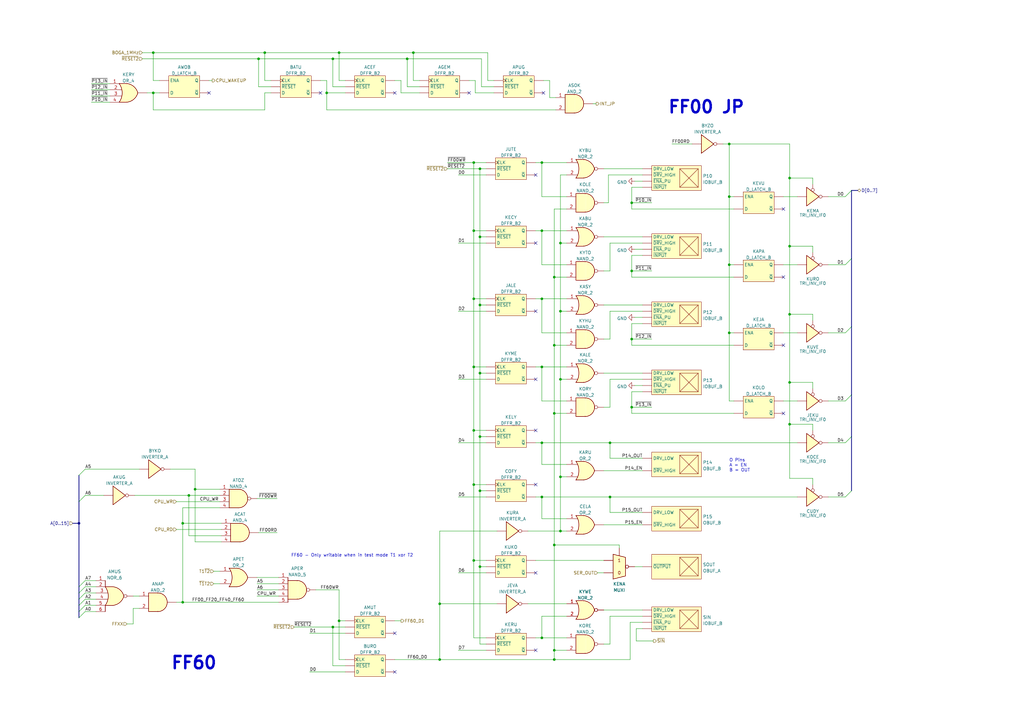
<source format=kicad_sch>
(kicad_sch (version 20211123) (generator eeschema)
  (paper "A3")
  (title_block (title "DMG CPU B") (date "2022-05-02") (rev "0") (company "CC-BY-SA-4.0 Régis Galland & Michael Singer -- Derived work from Furrtek") (comment 1 "https://github.com/msinger/dmg-schematics"))
  (lib_symbols
    (symbol "DMG_CPU_Cells:AND_2" (pin_names hide)
      (property "Reference" "U" (at 0 5.08 0))
      (property "Value" "AND_2" (at 0 -5.08 0))
      (symbol "AND_2_1_1"
        (pin input line (at -7.62 2.54 0) (length 3.81) (name "~") (number "1"))
        (pin input line (at -7.62 -2.54 0) (length 3.81) (name "~") (number "2"))
        (pin output line (at 7.62 0 180) (length 3.81) (name "~") (number "3"))
      )
    )
    (symbol "DMG_CPU_Cells:AND_4" (pin_names hide)
      (property "Reference" "U" (at 0 5.08 0))
      (property "Value" "AND_4" (at 0 -5.08 0))
      (symbol "AND_4_1_1"
        (pin input line (at -7.62 3.81 0) (length 3.81) (name "~") (number "1"))
        (pin input line (at -7.62 1.27 0) (length 3.81) (name "~") (number "2"))
        (pin input line (at -7.62 -1.27 0) (length 3.81) (name "~") (number "3"))
        (pin input line (at -7.62 -3.81 0) (length 3.81) (name "~") (number "4"))
        (pin output line (at 7.62 0 180) (length 3.81) (name "~") (number "5"))
      )
    )
    (symbol "DMG_CPU_Cells:DFFR_B2" (pin_numbers hide)
      (property "Reference" "U" (at 0 5.715 0))
      (property "Value" "DFFR_B2" (at 0 -5.715 0))
      (symbol "DFFR_B2_1_1"
        (pin input clock (at -10.16 2.54 0) (length 3.81) (name "CLK") (number "1"))
        (pin input line (at -10.16 0 0) (length 3.81) (name "~{RESET}") (number "2"))
        (pin input line (at -10.16 -2.54 0) (length 3.81) (name "D") (number "3"))
        (pin input line (at -10.16 0 0) (length 3.81) hide (name "~{RESET}") (number "4"))
        (pin output line (at 10.16 -2.54 180) (length 3.81) (name "~{Q}") (number "5"))
        (pin output line (at 10.16 2.54 180) (length 3.81) (name "Q") (number "6"))
      )
    )
    (symbol "DMG_CPU_Cells:D_LATCH_B" (pin_numbers hide)
      (property "Reference" "U" (at 0 5.715 0))
      (property "Value" "D_LATCH_B" (at 0 -5.715 0))
      (symbol "D_LATCH_B_1_1"
        (pin input line (at -10.16 2.54 0) (length 3.81) (name "ENA") (number "1"))
        (pin input line (at -10.16 -2.54 0) (length 3.81) (name "D") (number "2"))
        (pin output line (at 10.16 2.54 180) (length 3.81) (name "Q") (number "3"))
        (pin output line (at 10.16 -2.54 180) (length 3.81) (name "~{Q}") (number "4"))
      )
    )
    (symbol "DMG_CPU_Cells:INVERTER_A" (pin_numbers hide) (pin_names hide)
      (property "Reference" "U?" (at 0 5.08 0))
      (property "Value" "INVERTER_A" (at 0 -5.08 0))
      (symbol "INVERTER_A_1_0"
        (pin input line (at -6.35 0 0) (length 3.81) (name "~") (number "1"))
        (pin output inverted (at 6.35 0 180) (length 3.81) (name "~") (number "2"))
      )
    )
    (symbol "DMG_CPU_Cells:IOBUF_B" (pin_numbers hide)
      (property "Reference" "U" (at 0 6.35 0))
      (property "Value" "IOBUF_B" (at 0 -6.35 0))
      (symbol "IOBUF_B_1_1"
        (pin input line (at 13.97 3.81 180) (length 3.81) (name "DRV_LOW") (number "1"))
        (pin output line (at 13.97 -3.81 180) (length 3.81) (name "~{INPUT}") (number "2"))
        (pin input line (at 13.97 -1.27 180) (length 3.81) (name "~{ENA}_PU") (number "3"))
        (pin input line (at 13.97 1.27 180) (length 3.81) (name "~{DRV}_HIGH") (number "4"))
      )
    )
    (symbol "DMG_CPU_Cells:MUXI" (pin_numbers hide) (pin_names (offset 0))
      (property "Reference" "U" (at 0 -6.985 0))
      (property "Value" "MUXI" (at 0 -9.525 0))
      (symbol "MUXI_0_0"
        (text "0" (at 0 -2.54 0) (effects (font (size 1.27 1.27))))
        (text "1" (at 0 2.54 0) (effects (font (size 1.27 1.27))))
      )
      (symbol "MUXI_1_1"
        (pin input line (at 0 7.62 270) (length 3.17) (name "~") (number "1"))
        (pin input line (at -6.35 2.54 0) (length 3.81) (name "~") (number "2"))
        (pin input line (at -6.35 -2.54 0) (length 3.81) (name "~") (number "3"))
        (pin output inverted (at 6.35 0 180) (length 3.81) (name "~") (number "4"))
      )
    )
    (symbol "DMG_CPU_Cells:NAND_2" (pin_names hide)
      (property "Reference" "U" (at 0 5.08 0))
      (property "Value" "NAND_2" (at 0 -5.08 0))
      (symbol "NAND_2_1_1"
        (pin input line (at -7.62 2.54 0) (length 3.81) (name "~") (number "1"))
        (pin input line (at -7.62 -2.54 0) (length 3.81) (name "~") (number "2"))
        (pin output inverted (at 7.62 0 180) (length 3.81) (name "~") (number "3"))
      )
    )
    (symbol "DMG_CPU_Cells:NAND_4" (pin_names hide)
      (property "Reference" "U" (at 0 5.08 0))
      (property "Value" "NAND_4" (at 0 -5.08 0))
      (symbol "NAND_4_1_1"
        (pin input line (at -7.62 3.81 0) (length 3.81) (name "~") (number "1"))
        (pin input line (at -7.62 1.27 0) (length 3.81) (name "~") (number "2"))
        (pin input line (at -7.62 -1.27 0) (length 3.81) (name "~") (number "3"))
        (pin input line (at -7.62 -3.81 0) (length 3.81) (name "~") (number "4"))
        (pin output inverted (at 7.62 0 180) (length 3.81) (name "~") (number "5"))
      )
    )
    (symbol "DMG_CPU_Cells:NAND_5" (pin_names hide)
      (property "Reference" "U" (at 0 6.35 0))
      (property "Value" "NAND_5" (at 0 -6.35 0))
      (symbol "NAND_5_1_1"
        (pin input line (at -7.62 5.08 0) (length 3.81) (name "~") (number "1"))
        (pin input line (at -7.62 2.54 0) (length 3.81) (name "~") (number "2"))
        (pin input line (at -7.62 0 0) (length 3.81) (name "~") (number "3"))
        (pin input line (at -7.62 -2.54 0) (length 3.81) (name "~") (number "4"))
        (pin input line (at -7.62 -5.08 0) (length 3.81) (name "~") (number "5"))
        (pin output inverted (at 7.62 0 180) (length 3.81) (name "~") (number "6"))
      )
    )
    (symbol "DMG_CPU_Cells:NOR_2" (pin_names hide)
      (property "Reference" "U" (at 0 5.08 0))
      (property "Value" "NOR_2" (at 0 -5.08 0))
      (symbol "NOR_2_1_1"
        (pin input line (at -7.62 2.54 0) (length 4.4) (name "~") (number "1"))
        (pin input line (at -7.62 -2.54 0) (length 4.4) (name "~") (number "2"))
        (pin output inverted (at 7.62 0 180) (length 3.81) (name "~") (number "3"))
      )
    )
    (symbol "DMG_CPU_Cells:NOR_6" (pin_names hide)
      (property "Reference" "U" (at 0 7.62 0))
      (property "Value" "NOR_6" (at 0 -7.62 0))
      (symbol "NOR_6_1_1"
        (pin input line (at -7.62 6.35 0) (length 3.81) (name "~") (number "1"))
        (pin input line (at -7.62 3.81 0) (length 3.81) (name "~") (number "2"))
        (pin input line (at -7.62 1.27 0) (length 4.8) (name "~") (number "3"))
        (pin input line (at -7.62 -1.27 0) (length 4.8) (name "~") (number "4"))
        (pin input line (at -7.62 -3.81 0) (length 3.81) (name "~") (number "5"))
        (pin input line (at -7.62 -6.35 0) (length 3.81) (name "~") (number "6"))
        (pin output inverted (at 7.62 0 180) (length 3.81) (name "~") (number "7"))
      )
    )
    (symbol "DMG_CPU_Cells:OBUF_A" (pin_numbers hide)
      (property "Reference" "U" (at 0 6.35 0))
      (property "Value" "OBUF_A" (at 0 -6.35 0))
      (symbol "OBUF_A_1_1"
        (pin input line (at 13.97 0 180) (length 3.81) (name "~{OUTPUT}") (number "1"))
      )
    )
    (symbol "DMG_CPU_Cells:OBUF_B" (pin_numbers hide)
      (property "Reference" "U" (at 0 6.35 0))
      (property "Value" "OBUF_B" (at 0 -6.35 0))
      (symbol "OBUF_B_1_1"
        (pin input line (at 13.97 2.54 180) (length 3.81) (name "DRV_LOW") (number "1"))
        (pin input line (at 13.97 -2.54 180) (length 3.81) (name "~{DRV}_HIGH") (number "2"))
      )
    )
    (symbol "DMG_CPU_Cells:OR_2" (pin_names hide)
      (property "Reference" "U" (at 0 5.08 0))
      (property "Value" "OR_2" (at 0 -5.08 0))
      (symbol "OR_2_1_1"
        (pin input line (at -7.62 2.54 0) (length 4.4) (name "~") (number "1"))
        (pin input line (at -7.62 -2.54 0) (length 4.4) (name "~") (number "2"))
        (pin output line (at 7.62 0 180) (length 3.81) (name "~") (number "3"))
      )
    )
    (symbol "DMG_CPU_Cells:OR_4" (pin_names hide)
      (property "Reference" "U" (at 0 5.08 0))
      (property "Value" "OR_4" (at 0 -5.08 0))
      (symbol "OR_4_1_1"
        (pin input line (at -7.62 3.81 0) (length 4) (name "~") (number "1"))
        (pin input line (at -7.62 1.27 0) (length 4.8) (name "~") (number "2"))
        (pin input line (at -7.62 -1.27 0) (length 4.8) (name "~") (number "3"))
        (pin input line (at -7.62 -3.81 0) (length 4) (name "~") (number "4"))
        (pin output line (at 7.62 0 180) (length 3.81) (name "~") (number "5"))
      )
    )
    (symbol "DMG_CPU_Cells:TRI_INV_IF0" (pin_numbers hide) (pin_names hide)
      (property "Reference" "U?" (at 0 -5.08 0))
      (property "Value" "TRI_INV_IF0" (at 0 -7.62 0))
      (symbol "TRI_INV_IF0_1_0"
        (pin input line (at -6.35 0 0) (length 3.81) (name "~") (number "2"))
        (pin tri_state inverted (at 6.35 0 180) (length 3.81) (name "~") (number "3"))
      )
      (symbol "TRI_INV_IF0_1_1"
        (pin input inverted (at 0 5.08 270) (length 3) (name "~{ENA}") (number "1"))
      )
    )
    (symbol "power:GND" (power) (pin_names (offset 0))
      (property "Value" "GND" (at 0 -3.81 0))
      (symbol "GND_1_1"
        (pin power_in line (at 0 0 270) (length 0) hide (name "GND") (number "1"))
      )
    )
  )
  (junction (at 259.08 111.125))
  (junction (at 194.31 198.755))
  (junction (at 229.87 127.635))
  (junction (at 323.85 73.025))
  (junction (at 136.525 24.13))
  (junction (at 227.33 113.665))
  (junction (at 196.85 232.41))
  (junction (at 196.85 97.155))
  (junction (at 139.065 254.635))
  (junction (at 74.93 247.015))
  (junction (at 194.31 176.53))
  (junction (at 229.87 217.805))
  (junction (at 299.085 108.585))
  (junction (at 299.085 136.525))
  (junction (at 323.85 100.965))
  (junction (at 229.87 155.575))
  (junction (at 250.19 203.835))
  (junction (at 80.01 200.66))
  (junction (at 108.585 21.59))
  (junction (at 222.25 203.835))
  (junction (at 136.525 257.175))
  (junction (at 227.33 169.545))
  (junction (at 323.85 156.845))
  (junction (at 222.25 261.62))
  (junction (at 259.08 83.185))
  (junction (at 222.25 150.495))
  (junction (at 299.085 80.645))
  (junction (at 222.25 122.555))
  (junction (at 77.47 203.2))
  (junction (at 222.25 66.675))
  (junction (at 196.85 153.035))
  (junction (at 106.045 24.13))
  (junction (at 133.985 38.1))
  (junction (at 74.93 214.63))
  (junction (at 227.33 141.605))
  (junction (at 139.065 21.59))
  (junction (at 227.33 270.51))
  (junction (at 169.545 21.59))
  (junction (at 299.085 59.055))
  (junction (at 227.33 266.7))
  (junction (at 196.85 69.215))
  (junction (at 222.25 181.61))
  (junction (at 180.34 247.65))
  (junction (at 32.385 214.63))
  (junction (at 194.31 94.615))
  (junction (at 62.865 21.59))
  (junction (at 194.31 150.495))
  (junction (at 227.33 223.52))
  (junction (at 167.005 24.13))
  (junction (at 196.85 201.295))
  (junction (at 194.31 229.87))
  (junction (at 194.31 122.555))
  (junction (at 180.34 270.51))
  (junction (at 229.87 195.58))
  (junction (at 323.85 173.99))
  (junction (at 250.19 181.61))
  (junction (at 259.08 139.065))
  (junction (at 229.87 99.695))
  (junction (at 259.08 167.005))
  (junction (at 222.25 94.615))
  (junction (at 62.865 38.1))
  (junction (at 323.85 128.905))
  (junction (at 196.85 125.095))
  (junction (at 194.31 66.675))
  (junction (at 196.85 179.07))
  (no_connect (at 161.925 275.59))
  (no_connect (at 321.31 85.725))
  (no_connect (at 321.31 113.665))
  (no_connect (at 321.31 141.605))
  (no_connect (at 321.31 169.545))
  (no_connect (at 131.445 38.1))
  (no_connect (at 192.405 38.1))
  (no_connect (at 161.925 259.715))
  (no_connect (at 219.71 266.7))
  (no_connect (at 219.71 155.575))
  (no_connect (at 219.71 127.635))
  (no_connect (at 219.71 99.695))
  (no_connect (at 219.71 176.53))
  (no_connect (at 85.725 38.1))
  (no_connect (at 222.885 38.1))
  (no_connect (at 161.925 38.1))
  (no_connect (at 219.71 71.755))
  (no_connect (at 219.71 234.95))
  (no_connect (at 219.71 198.755))
  (bus_entry (at 34.925 248.285) (size -2.54 2.54))
  (bus_entry (at 346.71 108.585) (size 2.54 -2.54))
  (bus_entry (at 34.925 240.665) (size -2.54 2.54))
  (bus_entry (at 34.925 243.205) (size -2.54 2.54))
  (bus_entry (at 34.925 250.825) (size -2.54 2.54))
  (bus_entry (at 34.925 192.405) (size -2.54 2.54))
  (bus_entry (at 34.925 203.2) (size -2.54 2.54))
  (bus_entry (at 346.71 80.645) (size 2.54 -2.54))
  (bus_entry (at 34.925 238.125) (size -2.54 2.54))
  (bus_entry (at 346.71 203.835) (size 2.54 -2.54))
  (bus_entry (at 346.71 136.525) (size 2.54 -2.54))
  (bus_entry (at 346.71 181.61) (size 2.54 -2.54))
  (bus_entry (at 346.71 164.465) (size 2.54 -2.54))
  (bus_entry (at 34.925 245.745) (size -2.54 2.54))
  (wire (pts (xy 229.87 99.695) (xy 232.41 99.695)))
  (wire (pts (xy 180.34 217.805) (xy 203.835 217.805)))
  (wire (pts (xy 167.005 24.13) (xy 136.525 24.13)))
  (bus (pts (xy 32.385 245.745) (xy 32.385 248.285)))
  (wire (pts (xy 72.39 205.74) (xy 90.17 205.74)))
  (wire (pts (xy 323.85 73.025) (xy 333.375 73.025)))
  (wire (pts (xy 139.065 21.59) (xy 169.545 21.59)))
  (wire (pts (xy 229.87 99.695) (xy 229.87 127.635)))
  (wire (pts (xy 74.93 214.63) (xy 74.93 247.015)))
  (wire (pts (xy 247.65 215.265) (xy 263.525 215.265)))
  (wire (pts (xy 219.71 66.675) (xy 222.25 66.675)))
  (bus (pts (xy 349.25 133.985) (xy 349.25 161.925)))
  (wire (pts (xy 263.525 99.695) (xy 250.19 99.695)))
  (wire (pts (xy 232.41 169.545) (xy 227.33 169.545)))
  (wire (pts (xy 300.99 164.465) (xy 299.085 164.465)))
  (wire (pts (xy 323.85 196.215) (xy 333.375 196.215)))
  (wire (pts (xy 222.25 252.73) (xy 232.41 252.73)))
  (wire (pts (xy 37.465 39.37) (xy 45.085 39.37)))
  (wire (pts (xy 196.85 201.295) (xy 199.39 201.295)))
  (wire (pts (xy 196.85 69.215) (xy 196.85 97.155)))
  (wire (pts (xy 321.31 136.525) (xy 327.025 136.525)))
  (wire (pts (xy 263.525 71.755) (xy 249.555 71.755)))
  (bus (pts (xy 349.25 179.07) (xy 349.25 161.925)))
  (wire (pts (xy 229.87 217.805) (xy 229.87 195.58)))
  (wire (pts (xy 259.08 76.835) (xy 259.08 83.185)))
  (wire (pts (xy 57.15 244.475) (xy 54.61 244.475)))
  (bus (pts (xy 29.845 214.63) (xy 32.385 214.63)))
  (wire (pts (xy 180.34 247.65) (xy 180.34 270.51)))
  (bus (pts (xy 32.385 205.74) (xy 32.385 214.63)))
  (wire (pts (xy 250.19 187.96) (xy 263.525 187.96)))
  (wire (pts (xy 250.19 99.695) (xy 250.19 111.125)))
  (wire (pts (xy 227.33 223.52) (xy 254 223.52)))
  (wire (pts (xy 55.245 203.2) (xy 77.47 203.2)))
  (wire (pts (xy 227.33 113.665) (xy 227.33 141.605)))
  (wire (pts (xy 299.085 59.055) (xy 323.85 59.055)))
  (wire (pts (xy 222.25 80.645) (xy 232.41 80.645)))
  (wire (pts (xy 259.08 160.655) (xy 259.08 167.005)))
  (wire (pts (xy 333.375 128.905) (xy 333.375 131.445)))
  (wire (pts (xy 227.33 85.725) (xy 227.33 113.665)))
  (wire (pts (xy 333.375 196.215) (xy 333.375 198.755)))
  (wire (pts (xy 139.065 241.935) (xy 129.54 241.935)))
  (wire (pts (xy 339.725 203.835) (xy 346.71 203.835)))
  (wire (pts (xy 72.39 217.17) (xy 90.805 217.17)))
  (wire (pts (xy 57.15 249.555) (xy 54.61 249.555)))
  (wire (pts (xy 197.485 24.13) (xy 167.005 24.13)))
  (wire (pts (xy 263.525 153.035) (xy 247.65 153.035)))
  (wire (pts (xy 77.47 203.2) (xy 90.17 203.2)))
  (wire (pts (xy 60.325 38.1) (xy 62.865 38.1)))
  (wire (pts (xy 194.31 229.87) (xy 194.31 261.62)))
  (wire (pts (xy 258.445 255.27) (xy 263.525 255.27)))
  (wire (pts (xy 249.555 83.185) (xy 247.65 83.185)))
  (wire (pts (xy 260.35 102.235) (xy 263.525 102.235)))
  (wire (pts (xy 339.725 164.465) (xy 346.71 164.465)))
  (wire (pts (xy 229.87 217.805) (xy 232.41 217.805)))
  (wire (pts (xy 323.85 156.845) (xy 323.85 173.99)))
  (wire (pts (xy 323.85 100.965) (xy 323.85 128.905)))
  (wire (pts (xy 249.555 71.755) (xy 249.555 83.185)))
  (wire (pts (xy 250.19 203.835) (xy 250.19 210.185)))
  (wire (pts (xy 169.545 21.59) (xy 169.545 33.02)))
  (wire (pts (xy 243.205 42.545) (xy 244.475 42.545)))
  (wire (pts (xy 187.96 181.61) (xy 199.39 181.61)))
  (wire (pts (xy 161.925 270.51) (xy 180.34 270.51)))
  (wire (pts (xy 229.87 195.58) (xy 232.41 195.58)))
  (wire (pts (xy 227.33 141.605) (xy 227.33 169.545)))
  (wire (pts (xy 219.71 261.62) (xy 222.25 261.62)))
  (wire (pts (xy 275.59 59.055) (xy 283.845 59.055)))
  (wire (pts (xy 180.34 217.805) (xy 180.34 247.65)))
  (wire (pts (xy 106.045 24.13) (xy 106.045 35.56)))
  (wire (pts (xy 247.65 250.19) (xy 263.525 250.19)))
  (wire (pts (xy 222.25 122.555) (xy 222.25 136.525)))
  (wire (pts (xy 34.925 243.205) (xy 39.37 243.205)))
  (bus (pts (xy 32.385 194.945) (xy 32.385 205.74)))
  (wire (pts (xy 333.375 100.965) (xy 333.375 103.505)))
  (wire (pts (xy 250.19 167.005) (xy 247.65 167.005)))
  (wire (pts (xy 105.41 239.395) (xy 114.3 239.395)))
  (wire (pts (xy 300.99 108.585) (xy 299.085 108.585)))
  (wire (pts (xy 263.525 132.715) (xy 259.08 132.715)))
  (wire (pts (xy 133.985 45.085) (xy 227.965 45.085)))
  (wire (pts (xy 161.925 254.635) (xy 164.465 254.635)))
  (wire (pts (xy 247.65 97.155) (xy 263.525 97.155)))
  (wire (pts (xy 323.85 73.025) (xy 323.85 59.055)))
  (wire (pts (xy 263.525 76.835) (xy 259.08 76.835)))
  (wire (pts (xy 196.85 153.035) (xy 199.39 153.035)))
  (wire (pts (xy 247.65 69.215) (xy 263.525 69.215)))
  (wire (pts (xy 260.985 257.81) (xy 260.985 262.89)))
  (wire (pts (xy 196.85 179.07) (xy 199.39 179.07)))
  (wire (pts (xy 250.19 210.185) (xy 263.525 210.185)))
  (wire (pts (xy 169.545 21.59) (xy 200.025 21.59)))
  (wire (pts (xy 199.39 150.495) (xy 194.31 150.495)))
  (wire (pts (xy 54.61 249.555) (xy 54.61 255.905)))
  (wire (pts (xy 232.41 71.755) (xy 229.87 71.755)))
  (wire (pts (xy 197.485 35.56) (xy 202.565 35.56)))
  (wire (pts (xy 229.87 155.575) (xy 232.41 155.575)))
  (bus (pts (xy 32.385 243.205) (xy 32.385 245.745)))
  (wire (pts (xy 259.08 132.715) (xy 259.08 139.065)))
  (wire (pts (xy 263.525 104.775) (xy 259.08 104.775)))
  (wire (pts (xy 250.19 181.61) (xy 327.025 181.61)))
  (wire (pts (xy 141.605 254.635) (xy 139.065 254.635)))
  (wire (pts (xy 296.545 59.055) (xy 299.085 59.055)))
  (wire (pts (xy 139.065 33.02) (xy 139.065 21.59)))
  (wire (pts (xy 62.865 21.59) (xy 62.865 33.02)))
  (wire (pts (xy 37.465 34.29) (xy 45.085 34.29)))
  (wire (pts (xy 250.19 203.835) (xy 327.025 203.835)))
  (wire (pts (xy 34.925 250.825) (xy 39.37 250.825)))
  (wire (pts (xy 222.25 94.615) (xy 222.25 108.585)))
  (wire (pts (xy 34.925 248.285) (xy 39.37 248.285)))
  (wire (pts (xy 196.85 97.155) (xy 199.39 97.155)))
  (wire (pts (xy 259.08 104.775) (xy 259.08 111.125)))
  (wire (pts (xy 232.41 85.725) (xy 227.33 85.725)))
  (bus (pts (xy 349.25 201.295) (xy 349.25 179.07)))
  (wire (pts (xy 127 259.715) (xy 141.605 259.715)))
  (wire (pts (xy 339.725 181.61) (xy 346.71 181.61)))
  (wire (pts (xy 263.525 127.635) (xy 250.19 127.635)))
  (wire (pts (xy 120.65 257.175) (xy 136.525 257.175)))
  (wire (pts (xy 108.585 38.1) (xy 111.125 38.1)))
  (wire (pts (xy 321.31 164.465) (xy 327.025 164.465)))
  (wire (pts (xy 34.925 238.125) (xy 39.37 238.125)))
  (wire (pts (xy 222.885 33.02) (xy 225.425 33.02)))
  (wire (pts (xy 222.25 122.555) (xy 232.41 122.555)))
  (wire (pts (xy 203.835 247.65) (xy 180.34 247.65)))
  (wire (pts (xy 108.585 33.02) (xy 111.125 33.02)))
  (bus (pts (xy 349.25 133.985) (xy 349.25 106.045)))
  (wire (pts (xy 250.19 252.73) (xy 250.19 264.16)))
  (wire (pts (xy 222.25 203.835) (xy 222.25 212.725)))
  (wire (pts (xy 164.465 33.02) (xy 164.465 38.1)))
  (wire (pts (xy 259.08 167.005) (xy 267.335 167.005)))
  (wire (pts (xy 196.85 232.41) (xy 196.85 264.16)))
  (wire (pts (xy 196.85 264.16) (xy 199.39 264.16)))
  (wire (pts (xy 321.31 80.645) (xy 327.025 80.645)))
  (wire (pts (xy 133.985 38.1) (xy 133.985 45.085)))
  (wire (pts (xy 299.085 108.585) (xy 299.085 136.525)))
  (wire (pts (xy 196.85 179.07) (xy 196.85 201.295)))
  (wire (pts (xy 300.99 80.645) (xy 299.085 80.645)))
  (wire (pts (xy 216.535 247.65) (xy 232.41 247.65)))
  (wire (pts (xy 62.865 38.1) (xy 62.865 45.085)))
  (wire (pts (xy 196.85 125.095) (xy 199.39 125.095)))
  (wire (pts (xy 164.465 38.1) (xy 172.085 38.1)))
  (wire (pts (xy 199.39 261.62) (xy 194.31 261.62)))
  (bus (pts (xy 32.385 248.285) (xy 32.385 250.825)))
  (wire (pts (xy 232.41 66.675) (xy 222.25 66.675)))
  (wire (pts (xy 219.71 122.555) (xy 222.25 122.555)))
  (wire (pts (xy 74.93 214.63) (xy 74.93 208.28)))
  (wire (pts (xy 194.945 38.1) (xy 202.565 38.1)))
  (wire (pts (xy 260.35 158.115) (xy 263.525 158.115)))
  (wire (pts (xy 247.65 234.95) (xy 245.11 234.95)))
  (wire (pts (xy 108.585 21.59) (xy 139.065 21.59)))
  (wire (pts (xy 105.41 241.935) (xy 114.3 241.935)))
  (wire (pts (xy 222.25 164.465) (xy 232.41 164.465)))
  (wire (pts (xy 187.96 155.575) (xy 199.39 155.575)))
  (wire (pts (xy 106.045 218.44) (xy 113.665 218.44)))
  (wire (pts (xy 250.19 139.065) (xy 247.65 139.065)))
  (wire (pts (xy 232.41 190.5) (xy 222.25 190.5)))
  (wire (pts (xy 259.08 85.725) (xy 259.08 83.185)))
  (wire (pts (xy 133.985 38.1) (xy 141.605 38.1)))
  (bus (pts (xy 349.25 78.105) (xy 351.79 78.105)))
  (wire (pts (xy 196.85 125.095) (xy 196.85 153.035)))
  (wire (pts (xy 222.25 181.61) (xy 222.25 190.5)))
  (wire (pts (xy 227.33 270.51) (xy 258.445 270.51)))
  (wire (pts (xy 169.545 33.02) (xy 172.085 33.02)))
  (wire (pts (xy 260.35 74.295) (xy 263.525 74.295)))
  (wire (pts (xy 260.985 262.89) (xy 267.97 262.89)))
  (wire (pts (xy 339.725 108.585) (xy 346.71 108.585)))
  (wire (pts (xy 300.99 85.725) (xy 259.08 85.725)))
  (wire (pts (xy 323.85 156.845) (xy 333.375 156.845)))
  (wire (pts (xy 300.99 169.545) (xy 259.08 169.545)))
  (wire (pts (xy 37.465 36.83) (xy 45.085 36.83)))
  (wire (pts (xy 227.33 223.52) (xy 227.33 266.7)))
  (wire (pts (xy 80.01 200.66) (xy 90.17 200.66)))
  (wire (pts (xy 194.945 33.02) (xy 194.945 38.1)))
  (wire (pts (xy 141.605 270.51) (xy 139.065 270.51)))
  (wire (pts (xy 229.87 127.635) (xy 232.41 127.635)))
  (wire (pts (xy 263.525 160.655) (xy 259.08 160.655)))
  (wire (pts (xy 222.25 136.525) (xy 232.41 136.525)))
  (wire (pts (xy 222.25 203.835) (xy 250.19 203.835)))
  (wire (pts (xy 225.425 33.02) (xy 225.425 40.005)))
  (wire (pts (xy 167.005 35.56) (xy 167.005 24.13)))
  (wire (pts (xy 106.045 35.56) (xy 111.125 35.56)))
  (wire (pts (xy 131.445 33.02) (xy 133.985 33.02)))
  (wire (pts (xy 65.405 38.1) (xy 62.865 38.1)))
  (wire (pts (xy 196.85 232.41) (xy 199.39 232.41)))
  (wire (pts (xy 225.425 40.005) (xy 227.965 40.005)))
  (wire (pts (xy 187.96 71.755) (xy 199.39 71.755)))
  (wire (pts (xy 34.925 245.745) (xy 39.37 245.745)))
  (wire (pts (xy 197.485 35.56) (xy 197.485 24.13)))
  (wire (pts (xy 194.31 176.53) (xy 194.31 198.755)))
  (wire (pts (xy 136.525 257.175) (xy 141.605 257.175)))
  (wire (pts (xy 199.39 176.53) (xy 194.31 176.53)))
  (wire (pts (xy 187.96 127.635) (xy 199.39 127.635)))
  (wire (pts (xy 227.33 141.605) (xy 232.41 141.605)))
  (bus (pts (xy 32.385 214.63) (xy 32.385 240.665)))
  (wire (pts (xy 136.525 35.56) (xy 136.525 24.13)))
  (wire (pts (xy 196.85 97.155) (xy 196.85 125.095)))
  (wire (pts (xy 105.41 204.47) (xy 113.665 204.47)))
  (wire (pts (xy 219.71 229.87) (xy 247.65 229.87)))
  (wire (pts (xy 300.99 136.525) (xy 299.085 136.525)))
  (wire (pts (xy 34.925 192.405) (xy 57.15 192.405)))
  (wire (pts (xy 216.535 217.805) (xy 229.87 217.805)))
  (wire (pts (xy 232.41 113.665) (xy 227.33 113.665)))
  (wire (pts (xy 333.375 73.025) (xy 333.375 75.565)))
  (wire (pts (xy 194.31 66.675) (xy 194.31 94.615)))
  (wire (pts (xy 260.35 130.175) (xy 263.525 130.175)))
  (wire (pts (xy 58.42 24.13) (xy 106.045 24.13)))
  (wire (pts (xy 194.31 94.615) (xy 199.39 94.615)))
  (wire (pts (xy 37.465 41.91) (xy 45.085 41.91)))
  (wire (pts (xy 263.525 155.575) (xy 250.19 155.575)))
  (wire (pts (xy 250.19 264.16) (xy 247.65 264.16)))
  (wire (pts (xy 34.925 240.665) (xy 39.37 240.665)))
  (wire (pts (xy 250.19 155.575) (xy 250.19 167.005)))
  (wire (pts (xy 199.39 122.555) (xy 194.31 122.555)))
  (wire (pts (xy 259.08 83.185) (xy 267.335 83.185)))
  (wire (pts (xy 259.08 141.605) (xy 259.08 139.065)))
  (wire (pts (xy 133.985 33.02) (xy 133.985 38.1)))
  (wire (pts (xy 106.045 24.13) (xy 136.525 24.13)))
  (wire (pts (xy 69.85 192.405) (xy 80.01 192.405)))
  (wire (pts (xy 229.87 155.575) (xy 229.87 195.58)))
  (wire (pts (xy 90.17 239.395) (xy 87.63 239.395)))
  (wire (pts (xy 219.71 94.615) (xy 222.25 94.615)))
  (wire (pts (xy 333.375 173.99) (xy 333.375 176.53)))
  (wire (pts (xy 105.41 244.475) (xy 114.3 244.475)))
  (wire (pts (xy 247.65 193.04) (xy 263.525 193.04)))
  (wire (pts (xy 62.865 33.02) (xy 65.405 33.02)))
  (wire (pts (xy 333.375 156.845) (xy 333.375 159.385)))
  (wire (pts (xy 323.85 73.025) (xy 323.85 100.965)))
  (wire (pts (xy 227.33 270.51) (xy 227.33 266.7)))
  (wire (pts (xy 187.96 266.7) (xy 199.39 266.7)))
  (wire (pts (xy 74.93 247.015) (xy 114.3 247.015)))
  (wire (pts (xy 58.42 21.59) (xy 62.865 21.59)))
  (wire (pts (xy 187.96 234.95) (xy 199.39 234.95)))
  (wire (pts (xy 194.31 122.555) (xy 194.31 150.495)))
  (wire (pts (xy 222.25 66.675) (xy 222.25 80.645)))
  (wire (pts (xy 85.725 33.02) (xy 86.995 33.02)))
  (wire (pts (xy 52.07 255.905) (xy 54.61 255.905)))
  (wire (pts (xy 141.605 35.56) (xy 136.525 35.56)))
  (wire (pts (xy 227.33 169.545) (xy 227.33 223.52)))
  (wire (pts (xy 180.34 270.51) (xy 227.33 270.51)))
  (wire (pts (xy 161.925 33.02) (xy 164.465 33.02)))
  (wire (pts (xy 139.065 254.635) (xy 139.065 241.935)))
  (wire (pts (xy 194.31 150.495) (xy 194.31 176.53)))
  (wire (pts (xy 219.71 203.835) (xy 222.25 203.835)))
  (wire (pts (xy 141.605 33.02) (xy 139.065 33.02)))
  (wire (pts (xy 339.725 80.645) (xy 346.71 80.645)))
  (wire (pts (xy 194.31 66.675) (xy 199.39 66.675)))
  (wire (pts (xy 323.85 128.905) (xy 323.85 156.845)))
  (wire (pts (xy 259.08 169.545) (xy 259.08 167.005)))
  (wire (pts (xy 199.39 198.755) (xy 194.31 198.755)))
  (wire (pts (xy 232.41 150.495) (xy 222.25 150.495)))
  (wire (pts (xy 250.19 111.125) (xy 247.65 111.125)))
  (wire (pts (xy 323.85 173.99) (xy 333.375 173.99)))
  (wire (pts (xy 222.25 150.495) (xy 222.25 164.465)))
  (wire (pts (xy 229.87 71.755) (xy 229.87 99.695)))
  (wire (pts (xy 299.085 136.525) (xy 299.085 164.465)))
  (bus (pts (xy 32.385 250.825) (xy 32.385 253.365)))
  (wire (pts (xy 90.805 214.63) (xy 74.93 214.63)))
  (wire (pts (xy 80.01 192.405) (xy 80.01 200.66)))
  (wire (pts (xy 80.01 222.25) (xy 90.805 222.25)))
  (wire (pts (xy 187.96 99.695) (xy 199.39 99.695)))
  (wire (pts (xy 259.08 111.125) (xy 267.335 111.125)))
  (wire (pts (xy 299.085 59.055) (xy 299.085 80.645)))
  (wire (pts (xy 219.71 150.495) (xy 222.25 150.495)))
  (wire (pts (xy 260.35 232.41) (xy 263.525 232.41)))
  (wire (pts (xy 127 275.59) (xy 141.605 275.59)))
  (wire (pts (xy 108.585 45.085) (xy 108.585 38.1)))
  (wire (pts (xy 259.08 139.065) (xy 267.335 139.065)))
  (wire (pts (xy 232.41 212.725) (xy 222.25 212.725)))
  (wire (pts (xy 200.025 21.59) (xy 200.025 33.02)))
  (wire (pts (xy 250.19 181.61) (xy 250.19 187.96)))
  (wire (pts (xy 74.93 208.28) (xy 90.17 208.28)))
  (wire (pts (xy 192.405 33.02) (xy 194.945 33.02)))
  (wire (pts (xy 77.47 219.71) (xy 90.805 219.71)))
  (wire (pts (xy 263.525 252.73) (xy 250.19 252.73)))
  (wire (pts (xy 250.19 127.635) (xy 250.19 139.065)))
  (wire (pts (xy 196.85 153.035) (xy 196.85 179.07)))
  (wire (pts (xy 219.71 181.61) (xy 222.25 181.61)))
  (wire (pts (xy 254 223.52) (xy 254 224.79)))
  (wire (pts (xy 62.865 45.085) (xy 108.585 45.085)))
  (wire (pts (xy 300.99 113.665) (xy 259.08 113.665)))
  (wire (pts (xy 183.515 66.675) (xy 194.31 66.675)))
  (wire (pts (xy 323.85 128.905) (xy 333.375 128.905)))
  (wire (pts (xy 196.85 201.295) (xy 196.85 232.41)))
  (wire (pts (xy 247.65 125.095) (xy 263.525 125.095)))
  (wire (pts (xy 259.08 113.665) (xy 259.08 111.125)))
  (wire (pts (xy 136.525 273.05) (xy 141.605 273.05)))
  (wire (pts (xy 222.25 108.585) (xy 232.41 108.585)))
  (wire (pts (xy 299.085 80.645) (xy 299.085 108.585)))
  (wire (pts (xy 194.31 198.755) (xy 194.31 229.87)))
  (wire (pts (xy 136.525 257.175) (xy 136.525 273.05)))
  (wire (pts (xy 183.515 69.215) (xy 196.85 69.215)))
  (wire (pts (xy 222.25 181.61) (xy 250.19 181.61)))
  (wire (pts (xy 187.96 203.835) (xy 199.39 203.835)))
  (wire (pts (xy 222.25 252.73) (xy 222.25 261.62)))
  (wire (pts (xy 139.065 254.635) (xy 139.065 270.51)))
  (wire (pts (xy 339.725 136.525) (xy 346.71 136.525)))
  (wire (pts (xy 105.41 236.855) (xy 114.3 236.855)))
  (wire (pts (xy 321.31 108.585) (xy 327.025 108.585)))
  (wire (pts (xy 90.17 234.315) (xy 87.63 234.315)))
  (bus (pts (xy 349.25 78.105) (xy 349.25 106.045)))
  (wire (pts (xy 80.01 200.66) (xy 80.01 222.25)))
  (wire (pts (xy 323.85 173.99) (xy 323.85 196.215)))
  (wire (pts (xy 108.585 21.59) (xy 108.585 33.02)))
  (wire (pts (xy 62.865 21.59) (xy 108.585 21.59)))
  (wire (pts (xy 77.47 203.2) (xy 77.47 219.71)))
  (wire (pts (xy 34.925 203.2) (xy 42.545 203.2)))
  (wire (pts (xy 258.445 270.51) (xy 258.445 255.27)))
  (wire (pts (xy 323.85 100.965) (xy 333.375 100.965)))
  (wire (pts (xy 200.025 33.02) (xy 202.565 33.02)))
  (wire (pts (xy 72.39 247.015) (xy 74.93 247.015)))
  (wire (pts (xy 196.85 69.215) (xy 199.39 69.215)))
  (wire (pts (xy 222.25 261.62) (xy 232.41 261.62)))
  (wire (pts (xy 199.39 229.87) (xy 194.31 229.87)))
  (bus (pts (xy 32.385 240.665) (xy 32.385 243.205)))
  (wire (pts (xy 229.87 127.635) (xy 229.87 155.575)))
  (wire (pts (xy 232.41 94.615) (xy 222.25 94.615)))
  (wire (pts (xy 227.33 266.7) (xy 232.41 266.7)))
  (wire (pts (xy 172.085 35.56) (xy 167.005 35.56)))
  (wire (pts (xy 263.525 257.81) (xy 260.985 257.81)))
  (wire (pts (xy 194.31 94.615) (xy 194.31 122.555)))
  (wire (pts (xy 300.99 141.605) (xy 259.08 141.605)))
  (text "FF60 - Only writable when in test mode T1 xor T2" (at 119.38 228.6 0) (effects (font (size 1.27 1.27)) (justify left bottom)))
  (text "O Pins\nA = EN\nB = OUT" (at 299.085 193.675 0) (effects (font (size 1.27 1.27)) (justify left bottom)))
  (text "FF60\n" (at 69.85 274.955 0) (effects (font (size 5 5) (thickness 1) bold) (justify left bottom)))
  (text "FF00 JP\n" (at 273.685 46.99 0) (effects (font (size 5 5) (thickness 1) bold) (justify left bottom)))
  (label "~{P13_IN}" (at 37.465 34.29 0))
  (label "~{P11_IN}" (at 37.465 39.37 0))
  (label "P14_OUT" (at 263.525 187.96 180))
  (label "D3" (at 187.96 155.575 0))
  (label "CPU_WR" (at 81.915 205.74 0))
  (label "FF00RD" (at 275.59 59.055 0))
  (label "D1" (at 187.96 99.695 0))
  (label "D5" (at 346.075 203.835 180))
  (label "~{P12_IN}" (at 37.465 36.83 0))
  (label "~{P11_IN}" (at 267.335 111.125 180))
  (label "D4" (at 346.075 181.61 180))
  (label "~{P13_IN}" (at 267.335 167.005 180))
  (label "A6" (at 105.41 241.935 0))
  (label "D5" (at 187.96 203.835 0))
  (label "~{RESET2}" (at 120.65 257.175 0))
  (label "FF60WR" (at 131.445 241.935 0))
  (label "~{P10_IN}" (at 37.465 41.91 0))
  (label "A5" (at 34.925 192.405 0))
  (label "P15_OUT" (at 263.525 210.185 180))
  (label "A0" (at 34.925 250.825 0))
  (label "A5" (at 105.41 239.395 0))
  (label "D2" (at 187.96 127.635 0))
  (label "D3" (at 346.075 164.465 180))
  (label "FF60_D0" (at 167.005 270.51 0))
  (label "D2" (at 346.075 136.525 180))
  (label "~{FF00WR}" (at 113.665 204.47 180))
  (label "D6" (at 187.96 234.95 0))
  (label "A3" (at 34.925 243.205 0))
  (label "D4" (at 187.96 181.61 0))
  (label "D0" (at 127 275.59 0))
  (label "D1" (at 127 259.715 0))
  (label "FF00RD" (at 113.665 218.44 180))
  (label "P14_EN" (at 263.525 193.04 180))
  (label "D0" (at 346.075 80.645 180))
  (label "A7" (at 34.925 238.125 0))
  (label "~{FF00WR}" (at 183.515 66.675 0))
  (label "FF00_FF20_FF40_FF60" (at 78.74 247.015 0))
  (label "D1" (at 346.075 108.585 180))
  (label "CPU_WR" (at 105.41 244.475 0))
  (label "~{P10_IN}" (at 267.335 83.185 180))
  (label "D7" (at 187.96 266.7 0))
  (label "A1" (at 34.925 248.285 0))
  (label "A6" (at 34.925 203.2 0))
  (label "A4" (at 34.925 240.665 0))
  (label "~{P12_IN}" (at 267.335 139.065 180))
  (label "D0" (at 187.96 71.755 0))
  (label "~{RESET2}" (at 183.515 69.215 0))
  (label "A2" (at 34.925 245.745 0))
  (label "P15_EN" (at 263.525 215.265 180))
  (hierarchical_label "FF60_D1" (shape output) (at 164.465 254.635 0))
  (hierarchical_label "~{SIN}" (shape output) (at 267.97 262.89 0))
  (hierarchical_label "T1~{T2}" (shape input) (at 87.63 234.315 180))
  (hierarchical_label "~{T1}T2" (shape input) (at 87.63 239.395 180))
  (hierarchical_label "A[0..15]" (shape input) (at 29.845 214.63 180))
  (hierarchical_label "FFXX" (shape input) (at 52.07 255.905 180))
  (hierarchical_label "CPU_WR" (shape input) (at 72.39 205.74 180))
  (hierarchical_label "CPU_RD" (shape input) (at 72.39 217.17 180))
  (hierarchical_label "SER_OUT" (shape input) (at 245.11 234.95 180))
  (hierarchical_label "CPU_WAKEUP" (shape output) (at 86.995 33.02 0))
  (hierarchical_label "~{RESET2}" (shape input) (at 183.515 69.215 180))
  (hierarchical_label "~{RESET2}" (shape input) (at 120.65 257.175 180))
  (hierarchical_label "~{RESET2}" (shape input) (at 58.42 24.13 180))
  (hierarchical_label "BOGA_1MHz" (shape input) (at 58.42 21.59 180))
  (hierarchical_label "D[0..7]" (shape bidirectional) (at 351.79 78.105 0))
  (hierarchical_label "INT_JP" (shape output) (at 244.475 42.545 0))
  (symbol (lib_id "DMG_CPU_Cells:DFFR_B2") (at 209.55 232.41 0) (unit 1)
    (property "Reference" "KUKO" (at 209.55 224.3922 0))
    (property "Value" "DFFR_B2" (at 209.55 226.9291 0))
    (property "Datasheet" "http://iceboy.a-singer.de/doc/dmg_cells.html#dffr_b2" (effects hide))
  )
  (symbol (lib_id "DMG_CPU_Cells:D_LATCH_B") (at 75.565 35.56 0) (unit 1)
    (property "Reference" "AWOB" (at 75.565 27.5422 0))
    (property "Value" "D_LATCH_B" (at 75.565 30.0791 0))
    (property "Datasheet" "http://iceboy.a-singer.de/doc/dmg_cells.html#dlatch_b" (effects hide))
  )
  (symbol (lib_id "DMG_CPU_Cells:TRI_INV_IF0") (at 333.375 164.465 0) (unit 1)
    (property "Reference" "JEKU" (at 333.375 170.3054 0))
    (property "Value" "TRI_INV_IF0" (at 333.375 172.085 0))
    (property "Datasheet" "http://iceboy.a-singer.de/doc/dmg_cells.html#tri_inv_if0" (effects hide))
  )
  (symbol (lib_id "DMG_CPU_Cells:IOBUF_B") (at 277.495 128.905 0) (mirror y) (unit 1)
    (property "Reference" "P12" (at 288.29 128.0703 0) (effects (justify right)))
    (property "Value" "IOBUF_B" (at 288.29 130.6072 0) (effects (justify right)))
    (property "Datasheet" "http://iceboy.a-singer.de/doc/dmg_cells.html#iobuf_b" (effects hide))
  )
  (symbol (lib_id "DMG_CPU_Cells:INVERTER_A") (at 290.195 59.055 0) (unit 1)
    (property "Reference" "BYZO" (at 290.195 51.5452 0))
    (property "Value" "INVERTER_A" (at 290.195 54.0821 0))
    (property "Datasheet" "http://iceboy.a-singer.de/doc/dmg_cells.html#inv_a" (effects hide))
  )
  (symbol (lib_id "DMG_CPU_Cells:NAND_2") (at 240.03 264.16 0) (unit 1)
    (property "Reference" "KORE" (at 240.03 256.6502 0))
    (property "Value" "NAND_2" (at 240.03 259.1871 0))
    (property "Datasheet" "http://iceboy.a-singer.de/doc/dmg_cells.html#nand2" (effects hide))
  )
  (symbol (lib_id "DMG_CPU_Cells:NOR_2") (at 240.03 125.095 0) (unit 1)
    (property "Reference" "KASY" (at 240.0298 117.5852 0))
    (property "Value" "NOR_2" (at 240.0298 120.1221 0))
    (property "Datasheet" "http://iceboy.a-singer.de/doc/dmg_cells.html#nor2" (effects hide))
  )
  (symbol (lib_id "DMG_CPU_Cells:DFFR_B2") (at 209.55 97.155 0) (unit 1)
    (property "Reference" "KECY" (at 209.55 89.1372 0))
    (property "Value" "DFFR_B2" (at 209.55 91.6741 0))
    (property "Datasheet" "http://iceboy.a-singer.de/doc/dmg_cells.html#dffr_b2" (effects hide))
  )
  (symbol (lib_id "power:GND") (at 260.35 130.175 270) (unit 1)
    (property "Reference" "#PWR0105" (effects hide))
    (property "Value" "GND" (at 257.1751 130.6088 90) (effects (justify right)))
  )
  (symbol (lib_id "DMG_CPU_Cells:IOBUF_B") (at 277.495 254 0) (mirror y) (unit 1)
    (property "Reference" "SIN" (at 288.29 253.1653 0) (effects (justify right)))
    (property "Value" "IOBUF_B" (at 288.29 255.7022 0) (effects (justify right)))
    (property "Datasheet" "http://iceboy.a-singer.de/doc/dmg_cells.html#iobuf_b" (effects hide))
  )
  (symbol (lib_id "DMG_CPU_Cells:INVERTER_A") (at 210.185 217.805 0) (unit 1)
    (property "Reference" "KURA" (at 210.185 210.2952 0))
    (property "Value" "INVERTER_A" (at 210.185 212.8321 0))
    (property "Datasheet" "http://iceboy.a-singer.de/doc/dmg_cells.html#inv_a" (effects hide))
  )
  (symbol (lib_id "DMG_CPU_Cells:DFFR_B2") (at 182.245 35.56 0) (unit 1)
    (property "Reference" "AGEM" (at 182.245 27.5422 0))
    (property "Value" "DFFR_B2" (at 182.245 30.0791 0))
    (property "Datasheet" "http://iceboy.a-singer.de/doc/dmg_cells.html#dffr_b2" (effects hide))
  )
  (symbol (lib_id "DMG_CPU_Cells:INVERTER_A") (at 210.185 247.65 0) (unit 1)
    (property "Reference" "JEVA" (at 210.185 240.1402 0))
    (property "Value" "INVERTER_A" (at 210.185 242.6771 0))
    (property "Datasheet" "http://iceboy.a-singer.de/doc/dmg_cells.html#inv_a" (effects hide))
  )
  (symbol (lib_id "DMG_CPU_Cells:NOR_2") (at 240.03 153.035 0) (unit 1)
    (property "Reference" "KALE" (at 240.0298 145.5252 0))
    (property "Value" "NOR_2" (at 240.0298 148.0621 0))
    (property "Datasheet" "http://iceboy.a-singer.de/doc/dmg_cells.html#nor2" (effects hide))
  )
  (symbol (lib_id "DMG_CPU_Cells:DFFR_B2") (at 209.55 69.215 0) (unit 1)
    (property "Reference" "JUTE" (at 209.55 61.1972 0))
    (property "Value" "DFFR_B2" (at 209.55 63.7341 0))
    (property "Datasheet" "http://iceboy.a-singer.de/doc/dmg_cells.html#dffr_b2" (effects hide))
  )
  (symbol (lib_id "DMG_CPU_Cells:NOR_2") (at 240.03 250.19 0) (unit 1)
    (property "Reference" "KYWE" (at 240.0298 242.6802 0))
    (property "Value" "NOR_2" (at 240.0298 245.2171 0))
    (property "Datasheet" "http://iceboy.a-singer.de/doc/dmg_cells.html#nor2" (effects hide))
  )
  (symbol (lib_id "DMG_CPU_Cells:TRI_INV_IF0") (at 333.375 108.585 0) (unit 1)
    (property "Reference" "KURO" (at 333.375 114.4254 0))
    (property "Value" "TRI_INV_IF0" (at 333.375 116.205 0))
    (property "Datasheet" "http://iceboy.a-singer.de/doc/dmg_cells.html#tri_inv_if0" (effects hide))
  )
  (symbol (lib_id "DMG_CPU_Cells:OBUF_B") (at 277.495 212.725 0) (mirror y) (unit 1)
    (property "Reference" "P15" (at 288.29 211.8903 0) (effects (justify right)))
    (property "Value" "OBUF_B" (at 288.29 214.4272 0) (effects (justify right)))
    (property "Datasheet" "http://iceboy.a-singer.de/doc/dmg_cells.html#obuf_b" (effects hide))
  )
  (symbol (lib_id "DMG_CPU_Cells:NOR_2") (at 240.03 69.215 0) (unit 1)
    (property "Reference" "KYBU" (at 240.0298 61.7052 0))
    (property "Value" "NOR_2" (at 240.0298 64.2421 0))
    (property "Datasheet" "http://iceboy.a-singer.de/doc/dmg_cells.html#nor2" (effects hide))
  )
  (symbol (lib_id "DMG_CPU_Cells:TRI_INV_IF0") (at 333.375 136.525 0) (unit 1)
    (property "Reference" "KUVE" (at 333.375 142.3654 0))
    (property "Value" "TRI_INV_IF0" (at 333.375 144.145 0))
    (property "Datasheet" "http://iceboy.a-singer.de/doc/dmg_cells.html#tri_inv_if0" (effects hide))
  )
  (symbol (lib_id "DMG_CPU_Cells:AND_4") (at 98.425 218.44 0) (unit 1)
    (property "Reference" "ACAT" (at 98.425 210.9302 0))
    (property "Value" "AND_4" (at 98.425 213.36 0))
    (property "Datasheet" "http://iceboy.a-singer.de/doc/dmg_cells.html#and4" (effects hide))
  )
  (symbol (lib_id "DMG_CPU_Cells:DFFR_B2") (at 209.55 179.07 0) (unit 1)
    (property "Reference" "KELY" (at 209.55 171.0522 0))
    (property "Value" "DFFR_B2" (at 209.55 173.5891 0))
    (property "Datasheet" "http://iceboy.a-singer.de/doc/dmg_cells.html#dffr_b2" (effects hide))
  )
  (symbol (lib_id "DMG_CPU_Cells:AND_2") (at 64.77 247.015 0) (unit 1)
    (property "Reference" "ANAP" (at 64.77 239.5052 0))
    (property "Value" "AND_2" (at 64.77 242.0421 0))
    (property "Datasheet" "http://iceboy.a-singer.de/doc/dmg_cells.html#and2" (effects hide))
  )
  (symbol (lib_id "DMG_CPU_Cells:D_LATCH_B") (at 311.15 139.065 0) (unit 1)
    (property "Reference" "KEJA" (at 311.15 131.0472 0))
    (property "Value" "D_LATCH_B" (at 311.15 133.5841 0))
    (property "Datasheet" "http://iceboy.a-singer.de/doc/dmg_cells.html#dlatch_b" (effects hide))
  )
  (symbol (lib_id "DMG_CPU_Cells:NAND_2") (at 240.03 139.065 0) (unit 1)
    (property "Reference" "KYHU" (at 240.03 131.5552 0))
    (property "Value" "NAND_2" (at 240.03 134.0921 0))
    (property "Datasheet" "http://iceboy.a-singer.de/doc/dmg_cells.html#nand2" (effects hide))
  )
  (symbol (lib_id "DMG_CPU_Cells:DFFR_B2") (at 151.765 273.05 0) (unit 1)
    (property "Reference" "BURO" (at 151.765 265.0322 0))
    (property "Value" "DFFR_B2" (at 151.765 267.5691 0))
    (property "Datasheet" "http://iceboy.a-singer.de/doc/dmg_cells.html#dffr_b2" (effects hide))
  )
  (symbol (lib_id "DMG_CPU_Cells:TRI_INV_IF0") (at 333.375 203.835 0) (unit 1)
    (property "Reference" "CUDY" (at 333.375 209.6754 0))
    (property "Value" "TRI_INV_IF0" (at 333.375 211.455 0))
    (property "Datasheet" "http://iceboy.a-singer.de/doc/dmg_cells.html#tri_inv_if0" (effects hide))
  )
  (symbol (lib_id "DMG_CPU_Cells:DFFR_B2") (at 151.765 35.56 0) (unit 1)
    (property "Reference" "ACEF" (at 151.765 27.5422 0))
    (property "Value" "DFFR_B2" (at 151.765 30.0791 0))
    (property "Datasheet" "http://iceboy.a-singer.de/doc/dmg_cells.html#dffr_b2" (effects hide))
  )
  (symbol (lib_id "DMG_CPU_Cells:D_LATCH_B") (at 311.15 167.005 0) (unit 1)
    (property "Reference" "KOLO" (at 311.15 158.9872 0))
    (property "Value" "D_LATCH_B" (at 311.15 161.5241 0))
    (property "Datasheet" "http://iceboy.a-singer.de/doc/dmg_cells.html#dlatch_b" (effects hide))
  )
  (symbol (lib_id "power:GND") (at 260.35 158.115 270) (unit 1)
    (property "Reference" "#PWR0103" (effects hide))
    (property "Value" "GND" (at 257.1751 158.5488 90) (effects (justify right)))
  )
  (symbol (lib_id "DMG_CPU_Cells:D_LATCH_B") (at 311.15 111.125 0) (unit 1)
    (property "Reference" "KAPA" (at 311.15 103.1072 0))
    (property "Value" "D_LATCH_B" (at 311.15 105.6441 0))
    (property "Datasheet" "http://iceboy.a-singer.de/doc/dmg_cells.html#dlatch_b" (effects hide))
  )
  (symbol (lib_id "DMG_CPU_Cells:DFFR_B2") (at 121.285 35.56 0) (unit 1)
    (property "Reference" "BATU" (at 121.285 27.5422 0))
    (property "Value" "DFFR_B2" (at 121.285 30.0791 0))
    (property "Datasheet" "http://iceboy.a-singer.de/doc/dmg_cells.html#dffr_b2" (effects hide))
  )
  (symbol (lib_id "power:GND") (at 260.35 74.295 270) (unit 1)
    (property "Reference" "#PWR0102" (effects hide))
    (property "Value" "GND" (at 257.1751 74.7288 90) (effects (justify right)))
  )
  (symbol (lib_id "DMG_CPU_Cells:IOBUF_B") (at 277.495 156.845 0) (mirror y) (unit 1)
    (property "Reference" "P13" (at 288.29 156.0103 0) (effects (justify right)))
    (property "Value" "IOBUF_B" (at 288.29 158.5472 0) (effects (justify right)))
    (property "Datasheet" "http://iceboy.a-singer.de/doc/dmg_cells.html#iobuf_b" (effects hide))
  )
  (symbol (lib_id "DMG_CPU_Cells:INVERTER_A") (at 63.5 192.405 0) (unit 1)
    (property "Reference" "BYKO" (at 63.5 184.8952 0))
    (property "Value" "INVERTER_A" (at 63.5 187.4321 0))
    (property "Datasheet" "http://iceboy.a-singer.de/doc/dmg_cells.html#inv_a" (effects hide))
  )
  (symbol (lib_id "DMG_CPU_Cells:DFFR_B2") (at 209.55 264.16 0) (unit 1)
    (property "Reference" "KERU" (at 209.55 256.1422 0))
    (property "Value" "DFFR_B2" (at 209.55 258.6791 0))
    (property "Datasheet" "http://iceboy.a-singer.de/doc/dmg_cells.html#dffr_b2" (effects hide))
  )
  (symbol (lib_id "DMG_CPU_Cells:D_LATCH_B") (at 311.15 83.185 0) (unit 1)
    (property "Reference" "KEVU" (at 311.15 75.1672 0))
    (property "Value" "D_LATCH_B" (at 311.15 77.7041 0))
    (property "Datasheet" "http://iceboy.a-singer.de/doc/dmg_cells.html#dlatch_b" (effects hide))
  )
  (symbol (lib_id "DMG_CPU_Cells:AND_2") (at 235.585 42.545 0) (unit 1)
    (property "Reference" "ASOK" (at 235.585 35.0352 0))
    (property "Value" "AND_2" (at 235.585 37.5721 0))
    (property "Datasheet" "http://iceboy.a-singer.de/doc/dmg_cells.html#and2" (effects hide))
  )
  (symbol (lib_id "DMG_CPU_Cells:TRI_INV_IF0") (at 333.375 181.61 0) (unit 1)
    (property "Reference" "KOCE" (at 333.375 187.4504 0))
    (property "Value" "TRI_INV_IF0" (at 333.375 189.23 0))
    (property "Datasheet" "http://iceboy.a-singer.de/doc/dmg_cells.html#tri_inv_if0" (effects hide))
  )
  (symbol (lib_id "DMG_CPU_Cells:NOR_6") (at 46.99 244.475 0) (unit 1)
    (property "Reference" "AMUS" (at 46.9898 234.4252 0))
    (property "Value" "NOR_6" (at 46.9898 236.9621 0))
    (property "Datasheet" "http://iceboy.a-singer.de/doc/dmg_cells.html#nor6" (effects hide))
  )
  (symbol (lib_id "DMG_CPU_Cells:NAND_4") (at 97.79 204.47 0) (unit 1)
    (property "Reference" "ATOZ" (at 97.79 196.9602 0))
    (property "Value" "NAND_4" (at 97.79 199.4971 0))
    (property "Datasheet" "http://iceboy.a-singer.de/doc/dmg_cells.html#nand4" (effects hide))
  )
  (symbol (lib_id "DMG_CPU_Cells:OR_2") (at 97.79 236.855 0) (unit 1)
    (property "Reference" "APET" (at 97.7898 229.3452 0))
    (property "Value" "OR_2" (at 97.7898 231.8821 0))
    (property "Datasheet" "http://iceboy.a-singer.de/doc/dmg_cells.html#or2" (effects hide))
  )
  (symbol (lib_id "DMG_CPU_Cells:OR_2") (at 240.03 215.265 0) (unit 1)
    (property "Reference" "CELA" (at 240.0298 207.7552 0))
    (property "Value" "OR_2" (at 240.0298 210.2921 0))
    (property "Datasheet" "http://iceboy.a-singer.de/doc/dmg_cells.html#or2" (effects hide))
  )
  (symbol (lib_id "power:GND") (at 260.35 102.235 270) (unit 1)
    (property "Reference" "#PWR0106" (effects hide))
    (property "Value" "GND" (at 257.1751 102.6688 90) (effects (justify right)))
  )
  (symbol (lib_id "DMG_CPU_Cells:MUXI") (at 254 232.41 0) (unit 1)
    (property "Reference" "KENA" (at 254 239.5204 0))
    (property "Value" "MUXI" (at 254 242.0573 0))
    (property "Datasheet" "http://iceboy.a-singer.de/doc/dmg_cells.html#muxi" (effects hide))
  )
  (symbol (lib_id "DMG_CPU_Cells:TRI_INV_IF0") (at 333.375 80.645 0) (unit 1)
    (property "Reference" "KEMA" (at 333.375 86.4854 0))
    (property "Value" "TRI_INV_IF0" (at 333.375 88.265 0))
    (property "Datasheet" "http://iceboy.a-singer.de/doc/dmg_cells.html#tri_inv_if0" (effects hide))
  )
  (symbol (lib_id "DMG_CPU_Cells:OR_4") (at 52.705 38.1 0) (unit 1)
    (property "Reference" "KERY" (at 52.7048 30.5902 0))
    (property "Value" "OR_4" (at 52.7048 33.1271 0))
    (property "Datasheet" "http://iceboy.a-singer.de/doc/dmg_cells.html#or4" (effects hide))
  )
  (symbol (lib_id "DMG_CPU_Cells:NAND_5") (at 121.92 241.935 0) (unit 1)
    (property "Reference" "APER" (at 121.92 233.1552 0))
    (property "Value" "NAND_5" (at 121.92 235.6921 0))
    (property "Datasheet" "http://iceboy.a-singer.de/doc/dmg_cells.html#nand5" (effects hide))
  )
  (symbol (lib_id "DMG_CPU_Cells:NOR_2") (at 240.03 97.155 0) (unit 1)
    (property "Reference" "KABU" (at 240.0298 89.6452 0))
    (property "Value" "NOR_2" (at 240.0298 92.1821 0))
    (property "Datasheet" "http://iceboy.a-singer.de/doc/dmg_cells.html#nor2" (effects hide))
  )
  (symbol (lib_id "DMG_CPU_Cells:INVERTER_A") (at 48.895 203.2 0) (unit 1)
    (property "Reference" "AKUG" (at 48.895 195.6902 0))
    (property "Value" "INVERTER_A" (at 48.895 198.2271 0))
    (property "Datasheet" "http://iceboy.a-singer.de/doc/dmg_cells.html#inv_a" (effects hide))
  )
  (symbol (lib_id "DMG_CPU_Cells:NAND_2") (at 240.03 83.185 0) (unit 1)
    (property "Reference" "KOLE" (at 240.03 75.6752 0))
    (property "Value" "NAND_2" (at 240.03 78.2121 0))
    (property "Datasheet" "http://iceboy.a-singer.de/doc/dmg_cells.html#nand2" (effects hide))
  )
  (symbol (lib_id "DMG_CPU_Cells:NAND_2") (at 240.03 167.005 0) (unit 1)
    (property "Reference" "KORY" (at 240.03 159.4952 0))
    (property "Value" "NAND_2" (at 240.03 162.0321 0))
    (property "Datasheet" "http://iceboy.a-singer.de/doc/dmg_cells.html#nand2" (effects hide))
  )
  (symbol (lib_id "DMG_CPU_Cells:IOBUF_B") (at 277.495 73.025 0) (mirror y) (unit 1)
    (property "Reference" "P10" (at 288.29 72.1903 0) (effects (justify right)))
    (property "Value" "IOBUF_B" (at 288.29 74.7272 0) (effects (justify right)))
    (property "Datasheet" "http://iceboy.a-singer.de/doc/dmg_cells.html#iobuf_b" (effects hide))
  )
  (symbol (lib_id "DMG_CPU_Cells:NAND_2") (at 240.03 111.125 0) (unit 1)
    (property "Reference" "KYTO" (at 240.03 103.6152 0))
    (property "Value" "NAND_2" (at 240.03 106.1521 0))
    (property "Datasheet" "http://iceboy.a-singer.de/doc/dmg_cells.html#nand2" (effects hide))
  )
  (symbol (lib_id "DMG_CPU_Cells:DFFR_B2") (at 151.765 257.175 0) (unit 1)
    (property "Reference" "AMUT" (at 151.765 249.1572 0))
    (property "Value" "DFFR_B2" (at 151.765 251.6941 0))
    (property "Datasheet" "http://iceboy.a-singer.de/doc/dmg_cells.html#dffr_b2" (effects hide))
  )
  (symbol (lib_id "DMG_CPU_Cells:DFFR_B2") (at 209.55 201.295 0) (unit 1)
    (property "Reference" "COFY" (at 209.55 193.2772 0))
    (property "Value" "DFFR_B2" (at 209.55 195.8141 0))
    (property "Datasheet" "http://iceboy.a-singer.de/doc/dmg_cells.html#dffr_b2" (effects hide))
  )
  (symbol (lib_id "DMG_CPU_Cells:OR_2") (at 240.03 193.04 0) (unit 1)
    (property "Reference" "KARU" (at 240.0298 185.5302 0))
    (property "Value" "OR_2" (at 240.0298 188.0671 0))
    (property "Datasheet" "http://iceboy.a-singer.de/doc/dmg_cells.html#or2" (effects hide))
  )
  (symbol (lib_id "DMG_CPU_Cells:OBUF_A") (at 277.495 232.41 0) (mirror y) (unit 1)
    (property "Reference" "SOUT" (at 288.29 231.5753 0) (effects (justify right)))
    (property "Value" "OBUF_A" (at 288.29 234.1122 0) (effects (justify right)))
    (property "Datasheet" "http://iceboy.a-singer.de/doc/dmg_cells.html#obuf_a" (effects hide))
  )
  (symbol (lib_id "DMG_CPU_Cells:OBUF_B") (at 277.495 190.5 0) (mirror y) (unit 1)
    (property "Reference" "P14" (at 288.29 189.6653 0) (effects (justify right)))
    (property "Value" "OBUF_B" (at 288.29 192.2022 0) (effects (justify right)))
    (property "Datasheet" "http://iceboy.a-singer.de/doc/dmg_cells.html#obuf_b" (effects hide))
  )
  (symbol (lib_id "DMG_CPU_Cells:DFFR_B2") (at 209.55 153.035 0) (unit 1)
    (property "Reference" "KYME" (at 209.55 145.0172 0))
    (property "Value" "DFFR_B2" (at 209.55 147.5541 0))
    (property "Datasheet" "http://iceboy.a-singer.de/doc/dmg_cells.html#dffr_b2" (effects hide))
  )
  (symbol (lib_id "DMG_CPU_Cells:DFFR_B2") (at 209.55 125.095 0) (unit 1)
    (property "Reference" "JALE" (at 209.55 117.0772 0))
    (property "Value" "DFFR_B2" (at 209.55 119.6141 0))
    (property "Datasheet" "http://iceboy.a-singer.de/doc/dmg_cells.html#dffr_b2" (effects hide))
  )
  (symbol (lib_id "DMG_CPU_Cells:IOBUF_B") (at 277.495 100.965 0) (mirror y) (unit 1)
    (property "Reference" "P11" (at 288.29 100.1303 0) (effects (justify right)))
    (property "Value" "IOBUF_B" (at 288.29 102.6672 0) (effects (justify right)))
    (property "Datasheet" "http://iceboy.a-singer.de/doc/dmg_cells.html#iobuf_b" (effects hide))
  )
  (symbol (lib_id "DMG_CPU_Cells:DFFR_B2") (at 212.725 35.56 0) (unit 1)
    (property "Reference" "APUG" (at 212.725 27.5422 0))
    (property "Value" "DFFR_B2" (at 212.725 30.0791 0))
    (property "Datasheet" "http://iceboy.a-singer.de/doc/dmg_cells.html#dffr_b2" (effects hide))
  )
)
</source>
